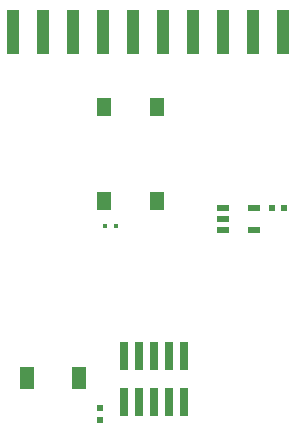
<source format=gtp>
G04*
G04 #@! TF.GenerationSoftware,Altium Limited,Altium Designer,24.6.1 (21)*
G04*
G04 Layer_Color=8421504*
%FSLAX44Y44*%
%MOMM*%
G71*
G04*
G04 #@! TF.SameCoordinates,8DCAB7A9-A94A-4F5B-9992-067C88242E54*
G04*
G04*
G04 #@! TF.FilePolarity,Positive*
G04*
G01*
G75*
%ADD15R,0.7600X2.4000*%
%ADD16R,0.5500X0.5500*%
%ADD17R,1.2000X1.9000*%
%ADD18R,1.1000X0.6000*%
%ADD19R,1.0000X3.7000*%
%ADD20R,1.3000X1.5500*%
%ADD21R,0.3000X0.4000*%
%ADD22R,0.5500X0.5500*%
D15*
X195580Y85032D02*
D03*
X182880D02*
D03*
X170180D02*
D03*
X157480D02*
D03*
X144780D02*
D03*
X195580Y46032D02*
D03*
X182880D02*
D03*
X170180D02*
D03*
X157480D02*
D03*
X144780D02*
D03*
D16*
X269554Y210192D02*
D03*
X279714D02*
D03*
D17*
X62328Y67056D02*
D03*
X106328D02*
D03*
D18*
X254554Y210922D02*
D03*
Y191922D02*
D03*
X228554Y210922D02*
D03*
Y201422D02*
D03*
Y191922D02*
D03*
D19*
X50546Y359316D02*
D03*
X75946D02*
D03*
X101346D02*
D03*
X126746D02*
D03*
X152146D02*
D03*
X177546D02*
D03*
X202946D02*
D03*
X228346D02*
D03*
X253746D02*
D03*
X279146D02*
D03*
D20*
X127360Y216282D02*
D03*
Y295782D02*
D03*
X172360Y216282D02*
D03*
Y295782D02*
D03*
D21*
X128598Y195074D02*
D03*
X137598D02*
D03*
D22*
X124460Y30734D02*
D03*
Y40894D02*
D03*
M02*

</source>
